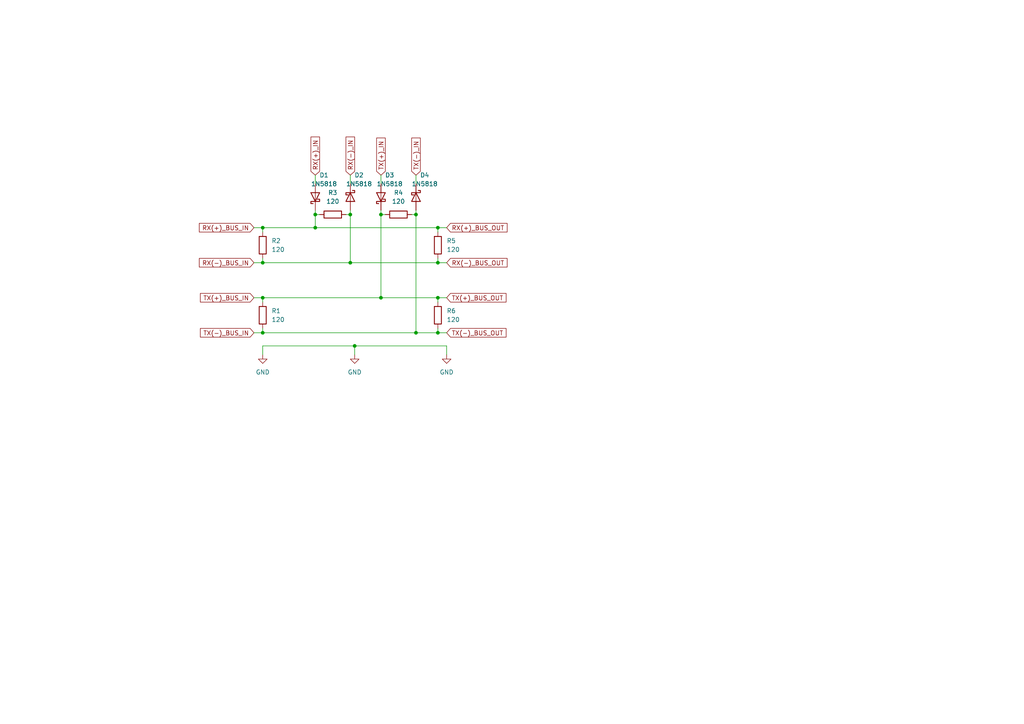
<source format=kicad_sch>
(kicad_sch (version 20211123) (generator eeschema)
  (paper "A4")
  (title_block (title "EIA 3 way splitter") (rev "0") (comment 1 "3-way splitter design "))
  (lib_symbols
    (symbol "Device:R" (pin_numbers hide) (pin_names (offset 0))
      (property "Reference" "R" (at 2.032 0 90))
      (property "Value" "R" (at 0 0 90))
      (symbol "R_0_1"
        (rectangle (start -1.016 -2.54) (end 1.016 2.54) (stroke (width 0.254)))
      )
      (symbol "R_1_1"
        (pin passive line (at 0 3.81 270) (length 1.27) (name "~") (number "1"))
        (pin passive line (at 0 -3.81 90) (length 1.27) (name "~") (number "2"))
      )
    )
    (symbol "Diode:1N5818" (pin_numbers hide) (pin_names (offset 1.016) hide)
      (property "Reference" "D" (at 0 2.54 0))
      (property "Value" "1N5818" (at 0 -2.54 0))
      (symbol "1N5818_0_1"
        (polyline (pts (xy 1.27 0) (xy -1.27 0)))
        (polyline (pts (xy 1.27 1.27) (xy 1.27 -1.27) (xy -1.27 0) (xy 1.27 1.27)) (stroke (width 0.254)))
        (polyline (pts (xy -1.905 0.635) (xy -1.905 1.27) (xy -1.27 1.27) (xy -1.27 -1.27) (xy -0.635 -1.27) (xy -0.635 -0.635)) (stroke (width 0.254)))
      )
      (symbol "1N5818_1_1"
        (pin passive line (at -3.81 0 0) (length 2.54) (name "K") (number "1"))
        (pin passive line (at 3.81 0 180) (length 2.54) (name "A") (number "2"))
      )
    )
    (symbol "power:GND" (power) (pin_names (offset 0))
      (property "Value" "GND" (at 0 -3.81 0))
      (symbol "GND_0_1"
        (polyline (pts (xy 0 0) (xy 0 -1.27) (xy 1.27 -1.27) (xy 0 -2.54) (xy -1.27 -1.27) (xy 0 -1.27)))
      )
      (symbol "GND_1_1"
        (pin power_in line (at 0 0 270) (length 0) hide (name "GND") (number "1"))
      )
    )
  )
  (junction (at 127 66.04))
  (junction (at 127 86.36))
  (junction (at 127 96.52))
  (junction (at 76.2 86.36))
  (junction (at 110.49 86.36))
  (junction (at 76.2 96.52))
  (junction (at 76.2 76.2))
  (junction (at 101.6 62.23))
  (junction (at 91.44 66.04))
  (junction (at 110.49 62.23))
  (junction (at 101.6 76.2))
  (junction (at 91.44 62.23))
  (junction (at 76.2 66.04))
  (junction (at 120.65 96.52))
  (junction (at 120.65 62.23))
  (junction (at 127 76.2))
  (junction (at 102.87 100.33))
  (wire (pts (xy 76.2 96.52) (xy 120.65 96.52)))
  (wire (pts (xy 76.2 66.04) (xy 91.44 66.04)))
  (wire (pts (xy 76.2 102.87) (xy 76.2 100.33)))
  (wire (pts (xy 91.44 50.8) (xy 91.44 53.34)))
  (wire (pts (xy 110.49 60.96) (xy 110.49 62.23)))
  (wire (pts (xy 73.66 76.2) (xy 76.2 76.2)))
  (wire (pts (xy 100.33 62.23) (xy 101.6 62.23)))
  (wire (pts (xy 110.49 62.23) (xy 111.76 62.23)))
  (wire (pts (xy 76.2 100.33) (xy 102.87 100.33)))
  (wire (pts (xy 101.6 62.23) (xy 101.6 76.2)))
  (wire (pts (xy 91.44 66.04) (xy 127 66.04)))
  (wire (pts (xy 127 86.36) (xy 129.54 86.36)))
  (wire (pts (xy 76.2 86.36) (xy 76.2 87.63)))
  (wire (pts (xy 120.65 50.8) (xy 120.65 53.34)))
  (wire (pts (xy 127 76.2) (xy 129.54 76.2)))
  (wire (pts (xy 110.49 62.23) (xy 110.49 86.36)))
  (wire (pts (xy 110.49 50.8) (xy 110.49 53.34)))
  (wire (pts (xy 73.66 86.36) (xy 76.2 86.36)))
  (wire (pts (xy 110.49 86.36) (xy 127 86.36)))
  (wire (pts (xy 76.2 66.04) (xy 76.2 67.31)))
  (wire (pts (xy 76.2 76.2) (xy 101.6 76.2)))
  (wire (pts (xy 76.2 74.93) (xy 76.2 76.2)))
  (wire (pts (xy 127 86.36) (xy 127 87.63)))
  (wire (pts (xy 120.65 62.23) (xy 120.65 96.52)))
  (wire (pts (xy 127 96.52) (xy 129.54 96.52)))
  (wire (pts (xy 120.65 60.96) (xy 120.65 62.23)))
  (wire (pts (xy 120.65 96.52) (xy 127 96.52)))
  (wire (pts (xy 101.6 50.8) (xy 101.6 53.34)))
  (wire (pts (xy 73.66 96.52) (xy 76.2 96.52)))
  (wire (pts (xy 76.2 86.36) (xy 110.49 86.36)))
  (wire (pts (xy 102.87 100.33) (xy 102.87 102.87)))
  (wire (pts (xy 129.54 100.33) (xy 129.54 102.87)))
  (wire (pts (xy 127 66.04) (xy 127 67.31)))
  (wire (pts (xy 101.6 60.96) (xy 101.6 62.23)))
  (wire (pts (xy 101.6 76.2) (xy 127 76.2)))
  (wire (pts (xy 91.44 60.96) (xy 91.44 62.23)))
  (wire (pts (xy 127 74.93) (xy 127 76.2)))
  (wire (pts (xy 102.87 100.33) (xy 129.54 100.33)))
  (wire (pts (xy 91.44 62.23) (xy 92.71 62.23)))
  (wire (pts (xy 73.66 66.04) (xy 76.2 66.04)))
  (wire (pts (xy 91.44 62.23) (xy 91.44 66.04)))
  (wire (pts (xy 76.2 95.25) (xy 76.2 96.52)))
  (wire (pts (xy 119.38 62.23) (xy 120.65 62.23)))
  (wire (pts (xy 127 66.04) (xy 129.54 66.04)))
  (wire (pts (xy 127 95.25) (xy 127 96.52)))
  (global_label "RX(+)_BUS_OUT" (shape input) (at 129.54 66.04 0) (property "Intersheet References" "${INTERSHEET_REFS}" (effects hide)))
  (global_label "TX(+)_IN" (shape input) (at 110.49 50.8 90) (property "Intersheet References" "${INTERSHEET_REFS}" (effects hide)))
  (global_label "RX(-)_BUS_OUT" (shape input) (at 129.54 76.2 0) (property "Intersheet References" "${INTERSHEET_REFS}" (effects hide)))
  (global_label "RX(+)_BUS_IN" (shape input) (at 73.66 66.04 180) (property "Intersheet References" "${INTERSHEET_REFS}" (effects hide)))
  (global_label "TX(+)_BUS_OUT" (shape input) (at 129.54 86.36 0) (property "Intersheet References" "${INTERSHEET_REFS}" (effects hide)))
  (global_label "TX(-)_IN" (shape input) (at 120.65 50.8 90) (property "Intersheet References" "${INTERSHEET_REFS}" (effects hide)))
  (global_label "RX(-)_BUS_IN" (shape input) (at 73.66 76.2 180) (property "Intersheet References" "${INTERSHEET_REFS}" (effects hide)))
  (global_label "RX(+)_IN" (shape input) (at 91.44 50.8 90) (property "Intersheet References" "${INTERSHEET_REFS}" (effects hide)))
  (global_label "RX(-)_IN" (shape input) (at 101.6 50.8 90) (property "Intersheet References" "${INTERSHEET_REFS}" (effects hide)))
  (global_label "TX(+)_BUS_IN" (shape input) (at 73.66 86.36 180) (property "Intersheet References" "${INTERSHEET_REFS}" (effects hide)))
  (global_label "TX(-)_BUS_IN" (shape input) (at 73.66 96.52 180) (property "Intersheet References" "${INTERSHEET_REFS}" (effects hide)))
  (global_label "TX(-)_BUS_OUT" (shape input) (at 129.54 96.52 0) (property "Intersheet References" "${INTERSHEET_REFS}" (effects hide)))
  (symbol (lib_id "Diode:1N5818") (at 110.49 57.15 90) (unit 1)
    (property "Reference" "D3" (at 113.03 50.8 90))
    (property "Value" "1N5818" (at 113.03 53.34 90))
    (property "Footprint" "Diode_THT:D_DO-41_SOD81_P10.16mm_Horizontal" (effects hide))
    (property "Datasheet" "http://www.vishay.com/docs/88525/1n5817.pdf" (effects hide))
  )
  (symbol (lib_id "Device:R") (at 115.57 62.23 90) (unit 1)
    (property "Reference" "R4" (at 115.57 55.88 90))
    (property "Value" "120" (at 115.57 58.42 90))
  )
  (symbol (lib_id "Device:R") (at 76.2 71.12 0) (unit 1)
    (property "Reference" "R2" (at 78.74 69.8499 0) (effects (justify left)))
    (property "Value" "120" (at 78.74 72.3899 0) (effects (justify left)))
  )
  (symbol (lib_id "Diode:1N5818") (at 101.6 57.15 270) (unit 1)
    (property "Reference" "D2" (at 104.14 50.8 90))
    (property "Value" "1N5818" (at 104.14 53.34 90))
    (property "Footprint" "Diode_THT:D_DO-41_SOD81_P10.16mm_Horizontal" (effects hide))
    (property "Datasheet" "http://www.vishay.com/docs/88525/1n5817.pdf" (effects hide))
  )
  (symbol (lib_id "Device:R") (at 76.2 91.44 0) (unit 1)
    (property "Reference" "R1" (at 78.74 90.1699 0) (effects (justify left)))
    (property "Value" "120" (at 78.74 92.7099 0) (effects (justify left)))
  )
  (symbol (lib_id "Diode:1N5818") (at 91.44 57.15 90) (unit 1)
    (property "Reference" "D1" (at 93.98 50.8 90))
    (property "Value" "1N5818" (at 93.98 53.34 90))
    (property "Footprint" "Diode_THT:D_DO-41_SOD81_P10.16mm_Horizontal" (effects hide))
    (property "Datasheet" "http://www.vishay.com/docs/88525/1n5817.pdf" (effects hide))
  )
  (symbol (lib_id "Device:R") (at 96.52 62.23 90) (unit 1)
    (property "Reference" "R3" (at 96.52 55.88 90))
    (property "Value" "120" (at 96.52 58.42 90))
  )
  (symbol (lib_id "power:GND") (at 129.54 102.87 0) (unit 1)
    (property "Reference" "#PWR?" (effects hide))
    (property "Value" "GND" (at 129.54 107.95 0))
  )
  (symbol (lib_id "power:GND") (at 102.87 102.87 0) (unit 1)
    (property "Reference" "#PWR?" (effects hide))
    (property "Value" "GND" (at 102.87 107.95 0))
  )
  (symbol (lib_id "Diode:1N5818") (at 120.65 57.15 270) (unit 1)
    (property "Reference" "D4" (at 123.19 50.8 90))
    (property "Value" "1N5818" (at 123.19 53.34 90))
    (property "Footprint" "Diode_THT:D_DO-41_SOD81_P10.16mm_Horizontal" (effects hide))
    (property "Datasheet" "http://www.vishay.com/docs/88525/1n5817.pdf" (effects hide))
  )
  (symbol (lib_id "Device:R") (at 127 91.44 0) (unit 1)
    (property "Reference" "R6" (at 129.54 90.1699 0) (effects (justify left)))
    (property "Value" "120" (at 129.54 92.7099 0) (effects (justify left)))
  )
  (symbol (lib_id "Device:R") (at 127 71.12 0) (unit 1)
    (property "Reference" "R5" (at 129.54 69.8499 0) (effects (justify left)))
    (property "Value" "120" (at 129.54 72.3899 0) (effects (justify left)))
  )
  (symbol (lib_id "power:GND") (at 76.2 102.87 0) (unit 1)
    (property "Reference" "#PWR?" (effects hide))
    (property "Value" "GND" (at 76.2 107.95 0))
  )
)
</source>
